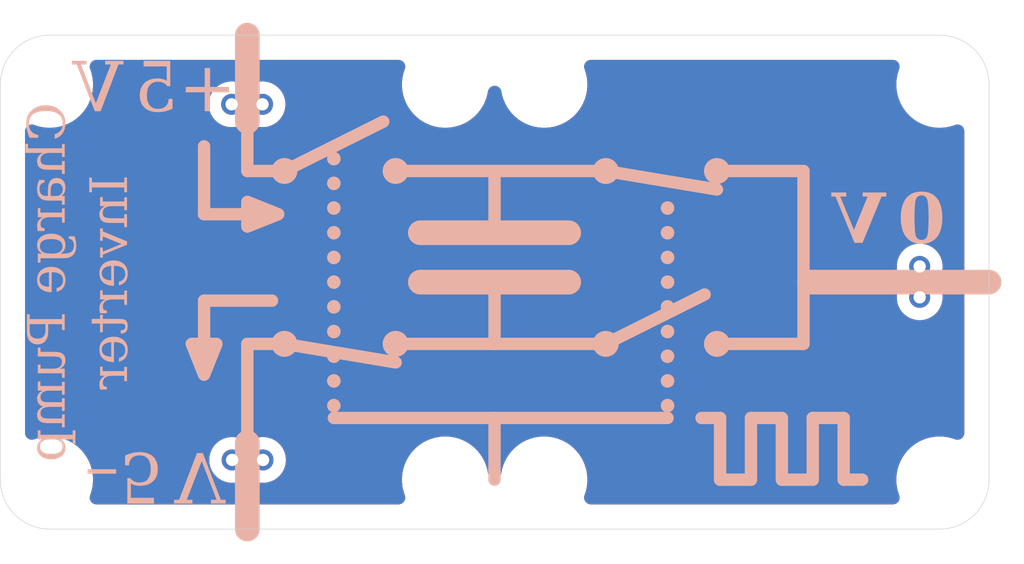
<source format=kicad_pcb>
(kicad_pcb (version 20241229) (generator "pcbnew") (generator_version "9.0")
  (layers (0 "F.Cu" signal) (2 "B.Cu" signal) (13 "F.Paste" user) (15 "B.Paste" user) (5 "F.SilkS" user "F.Silkscreen") (7 "B.SilkS" user "B.Silkscreen") (1 "F.Mask" user) (3 "B.Mask" user) (25 "Edge.Cuts" user))
  (net 0 "")
  (net 1 "Net-(J1-Pin_1)")
  (net 4 "Net-(J3-Pin_1)")
  (footprint "EASYEDA2KICAD:MountingHole_3.0mm_M3_tight" (layer "F.Cu") (at 88.5125 48.5 -90)
    (property "Reference" "H3" (hide yes))
    (property "Value" "MH M3")
    (pad "" np_thru_hole circle (at 0 0 270) (size 3 3) (drill 3) (layers "*.Cu" "*.Mask"))
  )
  (footprint "EASYEDA2KICAD:Magnetic_Connector_1x02_P2.5mm_Horizontal_round-ears" (layer "F.Cu") (at 32.5 18 90)
    (property "Reference" "J1" (hide yes))
    (property "Value" "Conn_01x02_Pin")
    (pad "1" thru_hole circle (at -0.1 -1.27 90) (size 1.7 1.7) (drill 1) (layers "*.Cu" "*.Mask") (net 1 "Net-(J1-Pin_1)"))
    (pad "2" thru_hole oval (at -0.1 1.23 90) (size 1.7 1.7) (drill 1) (layers "*.Cu" "*.Mask") (net 1 "Net-(J1-Pin_1)"))
  )
  (footprint "EASYEDA2KICAD:Magnetic_Connector_1x02_P2.5mm_Horizontal_round-ears" (layer "F.Cu") (at 32.5 47 -90)
    (property "Reference" "J2" (hide yes))
    (property "Value" "Conn_01x02_Pin")
    (pad "1" thru_hole circle (at -0.1 -1.27 270) (size 1.7 1.7) (drill 1) (layers "*.Cu" "*.Mask"))
    (pad "2" thru_hole oval (at -0.1 1.23 270) (size 1.7 1.7) (drill 1) (layers "*.Cu" "*.Mask"))
  )
  (footprint "EASYEDA2KICAD:MountingHole_3.0mm_M3_tight" (layer "F.Cu") (at 88.5125 16.5 -90)
    (property "Reference" "H1" (hide yes))
    (property "Value" "MH M3")
    (pad "" np_thru_hole circle (at 0 0 270) (size 3 3) (drill 3) (layers "*.Cu" "*.Mask"))
  )
  (footprint "EASYEDA2KICAD:MountingHole_3.0mm_M3_tight" (layer "F.Cu") (at 56.5125 48.5 -90)
    (property "Reference" "H4" (hide yes))
    (property "Value" "MH M3")
    (pad "" np_thru_hole circle (at 0 0 270) (size 3 3) (drill 3) (layers "*.Cu" "*.Mask"))
  )
  (footprint "EASYEDA2KICAD:Magnetic_Connector_1x02_P2.5mm_Horizontal_round-ears" (layer "F.Cu") (at 87 32.5)
    (property "Reference" "J3" (hide yes))
    (property "Value" "Conn_01x02_Pin")
    (pad "1" thru_hole circle (at -0.1 -1.27) (size 1.7 1.7) (drill 1) (layers "*.Cu" "*.Mask") (net 4 "Net-(J3-Pin_1)"))
    (pad "2" thru_hole oval (at -0.1 1.23) (size 1.7 1.7) (drill 1) (layers "*.Cu" "*.Mask") (net 4 "Net-(J3-Pin_1)"))
  )
  (footprint "EASYEDA2KICAD:MountingHole_3.0mm_M3_tight" (layer "F.Cu") (at 56.5125 16.5 -90)
    (property "Reference" "H2" (hide yes))
    (property "Value" "MH M3")
    (pad "" np_thru_hole circle (at 0 0 270) (size 3 3) (drill 3) (layers "*.Cu" "*.Mask"))
  )
  (footprint "EASYEDA2KICAD:MountingHole_3.0mm_M3_tight" (layer "B.Cu") (at 48.5125 16.5 180)
    (property "Reference" "H10" (hide yes))
    (property "Value" "MH M3")
    (pad "" np_thru_hole circle (at 0 0 180) (size 3 3) (drill 3) (layers "*.Cu" "*.Mask"))
  )
  (footprint "EASYEDA2KICAD:MountingHole_3.0mm_M3_tight" (layer "B.Cu") (at 16.5125 48.5 180)
    (property "Reference" "H8" (hide yes))
    (property "Value" "MH M3")
    (pad "" np_thru_hole circle (at 0 0 180) (size 3 3) (drill 3) (layers "*.Cu" "*.Mask"))
  )
  (footprint "EASYEDA2KICAD:MountingHole_3.0mm_M3_tight" (layer "B.Cu") (at 16.5125 16.5 180)
    (property "Reference" "H7" (hide yes))
    (property "Value" "MH M3")
    (pad "" np_thru_hole circle (at 0 0 180) (size 3 3) (drill 3) (layers "*.Cu" "*.Mask"))
  )
  (footprint "EASYEDA2KICAD:MountingHole_3.0mm_M3_tight" (layer "B.Cu") (at 48.5125 48.5 180)
    (property "Reference" "H9" (hide yes))
    (property "Value" "MH M3")
    (pad "" np_thru_hole circle (at 0 0 180) (size 3 3) (drill 3) (layers "*.Cu" "*.Mask"))
  )
  (gr_line (start 29 34) (end 29 37.5) (stroke (width 1)) (layer "B.SilkS"))
  (gr_circle (center 66.5 36.5) (end 67 36.5) (stroke (width 0.1)) (fill yes) (layer "B.SilkS"))
  (gr_circle (center 70.5 37.5) (end 71.5 37.5) (stroke (width 0.1)) (fill yes) (layer "B.SilkS"))
  (gr_line (start 73.25 43.5) (end 73.25 48.5) (stroke (width 1)) (layer "B.SilkS"))
  (gr_circle (center 66.5 32.5) (end 67 32.5) (stroke (width 0.1)) (fill yes) (layer "B.SilkS"))
  (gr_line (start 61.5 23.5) (end 70.5 25) (stroke (width 1)) (layer "B.SilkS"))
  (gr_circle (center 39.5 30.5) (end 40 30.5) (stroke (width 0.1)) (fill yes) (layer "B.SilkS"))
  (gr_line (start 52.5 37.5) (end 52.5 32.5) (stroke (width 1)) (layer "B.SilkS"))
  (gr_line (start 32.5 19.5) (end 32.5 12.5) (stroke (width 2)) (layer "B.SilkS"))
  (gr_circle (center 66.5 40.5) (end 67 40.5) (stroke (width 0.1)) (fill yes) (layer "B.SilkS"))
  (gr_poly (pts (xy 32.5 26) (xy 35 27) (xy 32.5 28)) (stroke (width 1)) (fill yes) (layer "B.SilkS"))
  (gr_circle (center 39.5 40.5) (end 40 40.5) (stroke (width 0.1)) (fill yes) (layer "B.SilkS"))
  (gr_circle (center 39.5 32.5) (end 40 32.5) (stroke (width 0.1)) (fill yes) (layer "B.SilkS"))
  (gr_line (start 78.25 43.5) (end 78.25 48.5) (stroke (width 1)) (layer "B.SilkS"))
  (gr_circle (center 39.5 26.5) (end 40 26.5) (stroke (width 0.1)) (fill yes) (layer "B.SilkS"))
  (gr_circle (center 44.5 37.5) (end 43.5 37.5) (stroke (width 0.1)) (fill yes) (layer "B.SilkS"))
  (gr_line (start 44.5 37.5) (end 61.5 37.5) (stroke (width 1)) (layer "B.SilkS"))
  (gr_circle (center 61.5 37.5) (end 62.5 37.5) (stroke (width 0.1)) (fill yes) (layer "B.SilkS"))
  (gr_circle (center 35.5 23.5) (end 36.5 23.5) (stroke (width 0.1)) (fill yes) (layer "B.SilkS"))
  (gr_line (start 52.5 43.5) (end 52.5 48.5) (stroke (width 1)) (layer "B.SilkS"))
  (gr_line (start 78.25 48.5) (end 75.75 48.5) (stroke (width 1)) (layer "B.SilkS"))
  (gr_circle (center 61.5 23.5) (end 62.5 23.5) (stroke (width 0.1)) (fill yes) (layer "B.SilkS"))
  (gr_circle (center 39.5 36.5) (end 40 36.5) (stroke (width 0.1)) (fill yes) (layer "B.SilkS"))
  (gr_line (start 80.75 48.5) (end 80.75 43.5) (stroke (width 1)) (layer "B.SilkS"))
  (gr_line (start 35.5 37.5) (end 32.5 37.5) (stroke (width 1)) (layer "B.SilkS"))
  (gr_line (start 32.5 37.5) (end 32.5 45.5) (stroke (width 1)) (layer "B.SilkS"))
  (gr_line (start 73.25 48.5) (end 70.75 48.5) (stroke (width 1)) (layer "B.SilkS"))
  (gr_line (start 46.5 32.5) (end 58.5 32.5) (stroke (width 2)) (layer "B.SilkS"))
  (gr_circle (center 39.5 22.5) (end 40 22.5) (stroke (width 0.1)) (fill yes) (layer "B.SilkS"))
  (gr_line (start 32.5 52.5) (end 32.5 45.5) (stroke (width 2)) (layer "B.SilkS"))
  (gr_line (start 70.5 23.5) (end 77.5 23.5) (stroke (width 1)) (layer "B.SilkS"))
  (gr_line (start 35.5 23.5) (end 32.5 23.5) (stroke (width 1)) (layer "B.SilkS"))
  (gr_line (start 32.5 23.5) (end 32.5 19.5) (stroke (width 1)) (layer "B.SilkS"))
  (gr_circle (center 66.5 34.5) (end 67 34.5) (stroke (width 0.1)) (fill yes) (layer "B.SilkS"))
  (gr_circle (center 66.5 42.5) (end 67 42.5) (stroke (width 0.1)) (fill yes) (layer "B.SilkS"))
  (gr_line (start 75.75 48.5) (end 75.75 43.5) (stroke (width 1)) (layer "B.SilkS"))
  (gr_circle (center 44.5 23.5) (end 43.5 23.5) (stroke (width 0.1)) (fill yes) (layer "B.SilkS"))
  (gr_circle (center 35.5 37.5) (end 36.5 37.5) (stroke (width 0.1)) (fill yes) (layer "B.SilkS"))
  (gr_circle (center 66.5 26.5) (end 67 26.5) (stroke (width 0.1)) (fill yes) (layer "B.SilkS"))
  (gr_circle (center 66.5 28.5) (end 67 28.5) (stroke (width 0.1)) (fill yes) (layer "B.SilkS"))
  (gr_line (start 29 21.5) (end 29 27) (stroke (width 1)) (layer "B.SilkS"))
  (gr_line (start 39.5 43.5) (end 66.5 43.5) (stroke (width 1)) (layer "B.SilkS"))
  (gr_circle (center 39.5 28.5) (end 40 28.5) (stroke (width 0.1)) (fill yes) (layer "B.SilkS"))
  (gr_line (start 35.5 37.5) (end 44.5 39) (stroke (width 1)) (layer "B.SilkS"))
  (gr_line (start 52.5 28.5) (end 52.5 23.5) (stroke (width 1)) (layer "B.SilkS"))
  (gr_line (start 82.25 48.5) (end 80.75 48.5) (stroke (width 1)) (layer "B.SilkS"))
  (gr_circle (center 66.5 38.5) (end 67 38.5) (stroke (width 0.1)) (fill yes) (layer "B.SilkS"))
  (gr_line (start 70.75 48.5) (end 70.75 43.5) (stroke (width 1)) (layer "B.SilkS"))
  (gr_poly (pts (xy 30 37.5) (xy 29 40) (xy 28 37.5)) (stroke (width 1)) (fill yes) (layer "B.SilkS"))
  (gr_circle (center 39.5 34.5) (end 40 34.5) (stroke (width 0.1)) (fill yes) (layer "B.SilkS"))
  (gr_line (start 35.5 23.5) (end 43.5 19.5) (stroke (width 1)) (layer "B.SilkS"))
  (gr_line (start 77.5 37.5) (end 70.5 37.5) (stroke (width 1)) (layer "B.SilkS"))
  (gr_line (start 34.5 34) (end 29 34) (stroke (width 1)) (layer "B.SilkS"))
  (gr_line (start 78 32.5) (end 92.5125 32.5) (stroke (width 2)) (layer "B.SilkS"))
  (gr_circle (center 39.5 42.5) (end 40 42.5) (stroke (width 0.1)) (fill yes) (layer "B.SilkS"))
  (gr_circle (center 66.5 30.5) (end 67 30.5) (stroke (width 0.1)) (fill yes) (layer "B.SilkS"))
  (gr_line (start 75.75 43.5) (end 73.25 43.5) (stroke (width 1)) (layer "B.SilkS"))
  (gr_circle (center 39.5 38.5) (end 40 38.5) (stroke (width 0.1)) (fill yes) (layer "B.SilkS"))
  (gr_line (start 77.5 23.5) (end 77.5 37.5) (stroke (width 1)) (layer "B.SilkS"))
  (gr_line (start 70.75 43.5) (end 69.25 43.5) (stroke (width 1)) (layer "B.SilkS"))
  (gr_circle (center 70.5 23.5) (end 71.5 23.5) (stroke (width 0.1)) (fill yes) (layer "B.SilkS"))
  (gr_line (start 80.75 43.5) (end 78.25 43.5) (stroke (width 1)) (layer "B.SilkS"))
  (gr_line (start 46.5 28.5) (end 58.5 28.5) (stroke (width 2)) (layer "B.SilkS"))
  (gr_line (start 44.5 23.5) (end 61.5 23.5) (stroke (width 1)) (layer "B.SilkS"))
  (gr_line (start 29 27) (end 32.5 27) (stroke (width 1)) (layer "B.SilkS"))
  (gr_circle (center 39.5 24.5) (end 40 24.5) (stroke (width 0.1)) (fill yes) (layer "B.SilkS"))
  (gr_line (start 61.5 37.5) (end 69.5 33.5) (stroke (width 1)) (layer "B.SilkS"))
  (gr_arc (start 92.5125 48.5) (mid 91.340927 51.328427) (end 88.5125 52.5) (stroke (width 0.05)) (layer "Edge.Cuts"))
  (gr_arc (start 16.5125 52.5) (mid 13.684073 51.328427) (end 12.5125 48.5) (stroke (width 0.05)) (layer "Edge.Cuts"))
  (gr_line (start 88.5125 12.5) (end 16.5125 12.5) (stroke (width 0.05)) (layer "Edge.Cuts"))
  (gr_line (start 92.5125 48.5) (end 92.5125 16.5) (stroke (width 0.05)) (layer "Edge.Cuts"))
  (gr_line (start 16.5125 52.5) (end 88.5125 52.5) (stroke (width 0.05)) (layer "Edge.Cuts"))
  (gr_arc (start 12.5125 16.5) (mid 13.684073 13.671573) (end 16.5125 12.5) (stroke (width 0.05)) (layer "Edge.Cuts"))
  (gr_arc (start 88.5125 12.5) (mid 91.340927 13.671573) (end 92.5125 16.5) (stroke (width 0.05)) (layer "Edge.Cuts"))
  (gr_line (start 12.5125 16.5) (end 12.5125 48.5) (stroke (width 0.05)) (layer "Edge.Cuts"))
  (gr_text "Charge Pump\nInverter" (at 19 32.5 90) (layer "B.SilkS") (effects (font (size 3 3) (thickness 0.1)) (justify mirror)))
  (gr_text "+5 V" (at 25 17 0) (layer "B.SilkS") (effects (font (size 4 4) (thickness 0.1)) (justify mirror)))
  (gr_text "–5 V" (at 25 48 180) (layer "B.SilkS") (effects (font (size 4 4) (thickness 0.1)) (justify mirror)))
  (gr_text "0 V" (at 89 30 0) (layer "B.SilkS") (effects (font (size 4 4) (thickness 0.5) (bold yes)) (justify left bottom mirror)))
  (zone (net 0) (net_name "") (layer "F.Cu") (connect_pads (clearance 1)) (min_thickness 1.1) (fill yes (thermal_gap 1.1) (thermal_bridge_width 1.1) (island_removal_mode 1) (island_area_min 10))
    (polygon (pts (xy 92.5125 12.5) (xy 92.5125 52.5) (xy 12.5125 52.5) (xy 12.5125 12.5)))
  )
  (zone (net 0) (net_name "") (layer "B.Cu") (priority 1) (connect_pads (clearance 1)) (min_thickness 1.1) (fill yes (thermal_gap 1.1) (thermal_bridge_width 1.1) (island_removal_mode 1) (island_area_min 10))
    (polygon (pts (xy 92.5125 12.5) (xy 92.5125 52.5) (xy 12.5125 52.5) (xy 12.5125 12.5)))
  )
)
</source>
